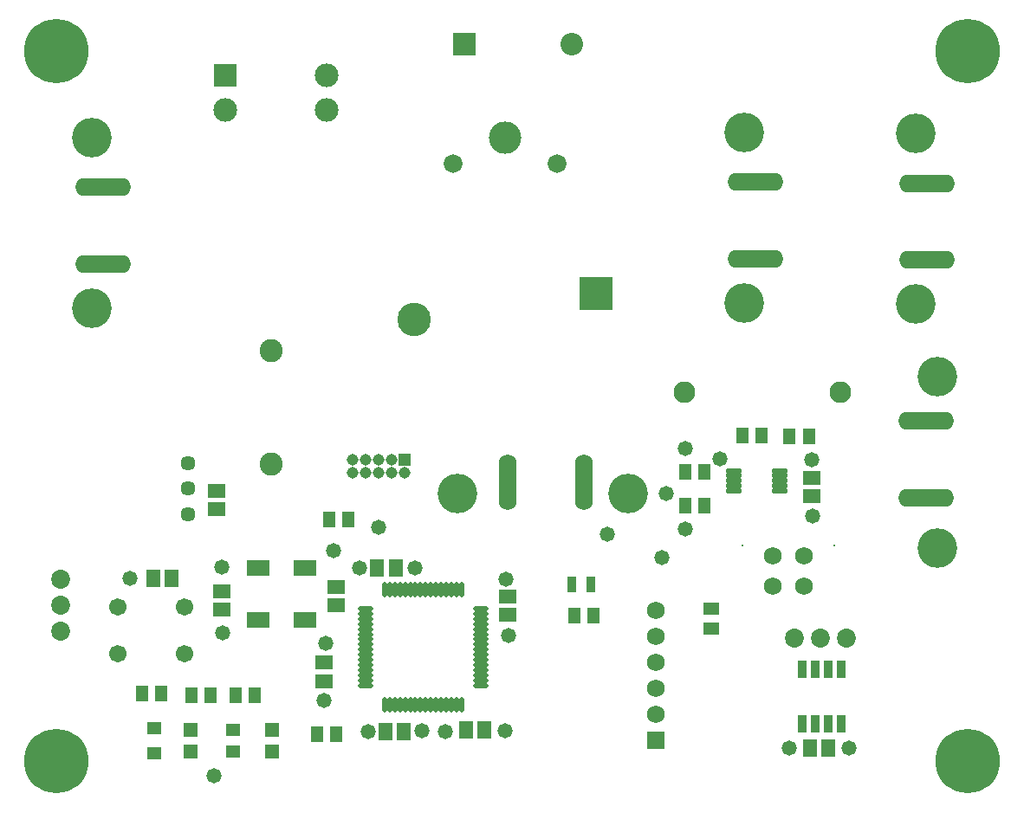
<source format=gts>
%FSTAX23Y23*%
%MOIN*%
%SFA1B1*%

%IPPOS*%
%AMD43*
4,1,8,-0.030500,0.004000,-0.030500,-0.004000,-0.024500,-0.010000,0.024500,-0.010000,0.030500,-0.004000,0.030500,0.004000,0.024500,0.010000,-0.024500,0.010000,-0.030500,0.004000,0.0*
1,1,0.012000,-0.024500,0.004000*
1,1,0.012000,-0.024500,-0.004000*
1,1,0.012000,0.024500,-0.004000*
1,1,0.012000,0.024500,0.004000*
%
%ADD32R,0.055000X0.055000*%
%ADD33R,0.049000X0.063000*%
%ADD34R,0.032000X0.020000*%
%ADD35R,0.053000X0.065000*%
%ADD36R,0.065000X0.053000*%
%ADD37R,0.091000X0.059000*%
%ADD38O,0.059000X0.020000*%
%ADD39O,0.020000X0.059000*%
%ADD40R,0.057000X0.051000*%
%ADD41R,0.063000X0.049000*%
%ADD42R,0.032000X0.067000*%
G04~CAMADD=43~8~0.0~0.0~200.0~610.0~60.0~0.0~15~0.0~0.0~0.0~0.0~0~0.0~0.0~0.0~0.0~0~0.0~0.0~0.0~90.0~610.0~200.0*
%ADD43D43*%
%ADD44R,0.055000X0.051000*%
%ADD45R,0.069000X0.069000*%
%ADD46C,0.069000*%
%ADD47O,0.215000X0.068000*%
%ADD48C,0.152000*%
%ADD49O,0.068000X0.215000*%
%ADD50C,0.068000*%
%ADD51C,0.008000*%
%ADD52C,0.087000*%
%ADD53R,0.087000X0.087000*%
%ADD54C,0.089000*%
%ADD55C,0.091000*%
%ADD56R,0.091000X0.091000*%
%ADD57C,0.045000*%
%ADD58R,0.045000X0.045000*%
%ADD59C,0.067000*%
%ADD60C,0.073000*%
%ADD61C,0.057000*%
%ADD62C,0.248000*%
%ADD63C,0.083000*%
%ADD64C,0.072000*%
%ADD65C,0.129000*%
%ADD66C,0.125000*%
%ADD67R,0.125000X0.125000*%
%ADD68C,0.058000*%
%LNbatt_man_rev2-1*%
%LPD*%
G54D32*
X0098Y00731D03*
Y00649D03*
X00665D03*
Y00731D03*
G54D33*
X01153Y00715D03*
X01227D03*
X01198Y0154D03*
X01272D03*
X00552Y0087D03*
X00478D03*
X02217Y0117D03*
X02143D03*
X02862Y01865D03*
X02788D03*
X02568Y01725D03*
X02642D03*
X02568Y01595D03*
X02642D03*
X00668Y00865D03*
X00742D03*
X00838D03*
X00912D03*
X03045Y0186D03*
X0297D03*
G54D34*
X02207Y0127D03*
Y0129D03*
Y0131D03*
X02133D03*
Y0129D03*
Y0127D03*
G54D35*
X00593Y01315D03*
X00523D03*
X01795Y00732D03*
X01725D03*
X01485Y00725D03*
X01415D03*
X01383Y01356D03*
X01454D03*
X0305Y0066D03*
X0312D03*
G54D36*
X00785Y01265D03*
Y01195D03*
X0118Y00919D03*
Y0099D03*
X01885Y01245D03*
Y01174D03*
X03055Y0163D03*
Y017D03*
X01225Y0128D03*
Y0121D03*
X00765Y0165D03*
Y0158D03*
G54D37*
X01106Y01355D03*
Y01155D03*
X00924D03*
Y01355D03*
G54D38*
X01338Y01198D03*
Y01178D03*
Y01158D03*
Y01139D03*
Y01119D03*
Y01099D03*
Y0108D03*
Y0106D03*
Y0104D03*
Y0102D03*
Y01001D03*
Y00981D03*
Y00961D03*
Y00942D03*
Y00922D03*
Y00902D03*
X01782D03*
Y00922D03*
Y00942D03*
Y00961D03*
Y00981D03*
Y01001D03*
Y0102D03*
Y0104D03*
Y0106D03*
Y0108D03*
Y01099D03*
Y01119D03*
Y01139D03*
Y01158D03*
Y01178D03*
Y01198D03*
G54D39*
X01412Y00828D03*
X01432D03*
X01452D03*
X01471D03*
X01491D03*
X01511D03*
X0153D03*
X0155D03*
X0157D03*
X0159D03*
X01609D03*
X01629D03*
X01649D03*
X01668D03*
X01688D03*
X01708D03*
Y01272D03*
X01688D03*
X01668D03*
X01649D03*
X01629D03*
X01609D03*
X0159D03*
X0157D03*
X0155D03*
X0153D03*
X01511D03*
X01491D03*
X01471D03*
X01452D03*
X01432D03*
X01412D03*
G54D40*
X00525Y00739D03*
Y00641D03*
G54D41*
X0267Y01123D03*
Y01197D03*
G54D42*
X0302Y00755D03*
X0307D03*
X0312D03*
X0317D03*
Y00964D03*
X0312D03*
X0307D03*
X0302D03*
G54D43*
X02757Y01651D03*
Y0167D03*
Y0169D03*
Y0171D03*
X02933Y01651D03*
Y0167D03*
Y0169D03*
Y0171D03*
X02757Y01729D03*
X02933D03*
G54D44*
X0083Y00649D03*
Y00731D03*
G54D45*
X02455Y0069D03*
G54D46*
X02455Y0079D03*
Y0089D03*
Y0099D03*
Y0109D03*
Y0119D03*
G54D47*
X03495Y01625D03*
Y0192D03*
X0033Y0282D03*
Y02525D03*
X035Y02835D03*
Y0254D03*
X0284Y0284D03*
Y02545D03*
G54D48*
X0354Y01432D03*
Y0209D03*
X01692Y0164D03*
X0235D03*
X00285Y03013D03*
Y02355D03*
X03455Y03028D03*
Y0237D03*
X02795Y03033D03*
Y02375D03*
G54D49*
X01885Y01685D03*
X0218D03*
G54D50*
X03025Y01403D03*
Y01285D03*
X02907Y01403D03*
Y01285D03*
G54D51*
X03143Y0144D03*
X02789D03*
G54D52*
X02131Y0337D03*
G54D53*
X01719Y0337D03*
G54D54*
X00975Y02193D03*
Y01755D03*
G54D55*
X008Y03118D03*
X0119D03*
Y03252D03*
G54D56*
X008Y03252D03*
G54D57*
X0129Y0172D03*
X0134D03*
X0139D03*
X0144D03*
X0149D03*
X0129Y0177D03*
X0134D03*
X0139D03*
X0144D03*
G54D58*
X0149Y0177D03*
G54D59*
X00385Y01204D03*
X00641D03*
X00385Y01026D03*
X00641D03*
G54D60*
X00165Y0131D03*
Y0121D03*
Y0111D03*
X0299Y01085D03*
X0309D03*
X0319D03*
G54D61*
X00654Y01758D03*
Y0166D03*
Y01562D03*
G54D62*
X0015Y03345D03*
Y0061D03*
X03655Y03345D03*
Y0061D03*
G54D63*
X02565Y0203D03*
X03165D03*
G54D64*
X02075Y0291D03*
X01675D03*
G54D65*
X01525Y0231D03*
G54D66*
X01875Y0301D03*
G54D67*
X02225Y0241D03*
G54D68*
X00755Y00555D03*
X032Y0066D03*
X0297D03*
X0079Y01104D03*
X00785Y01357D03*
X01215Y0142D03*
X0118Y00845D03*
X01185Y01065D03*
X0227Y01485D03*
X01389Y0151D03*
X03055Y0177D03*
X00433Y01315D03*
X0306Y01555D03*
X0189Y01095D03*
X0188Y0131D03*
X01315Y01355D03*
X0153D03*
X0135Y00724D03*
X01555Y00727D03*
X01875Y00728D03*
X01645Y00724D03*
X02495Y0164D03*
X0248Y01395D03*
X02701Y01775D03*
X02568Y01505D03*
Y01815D03*
M02*
</source>
